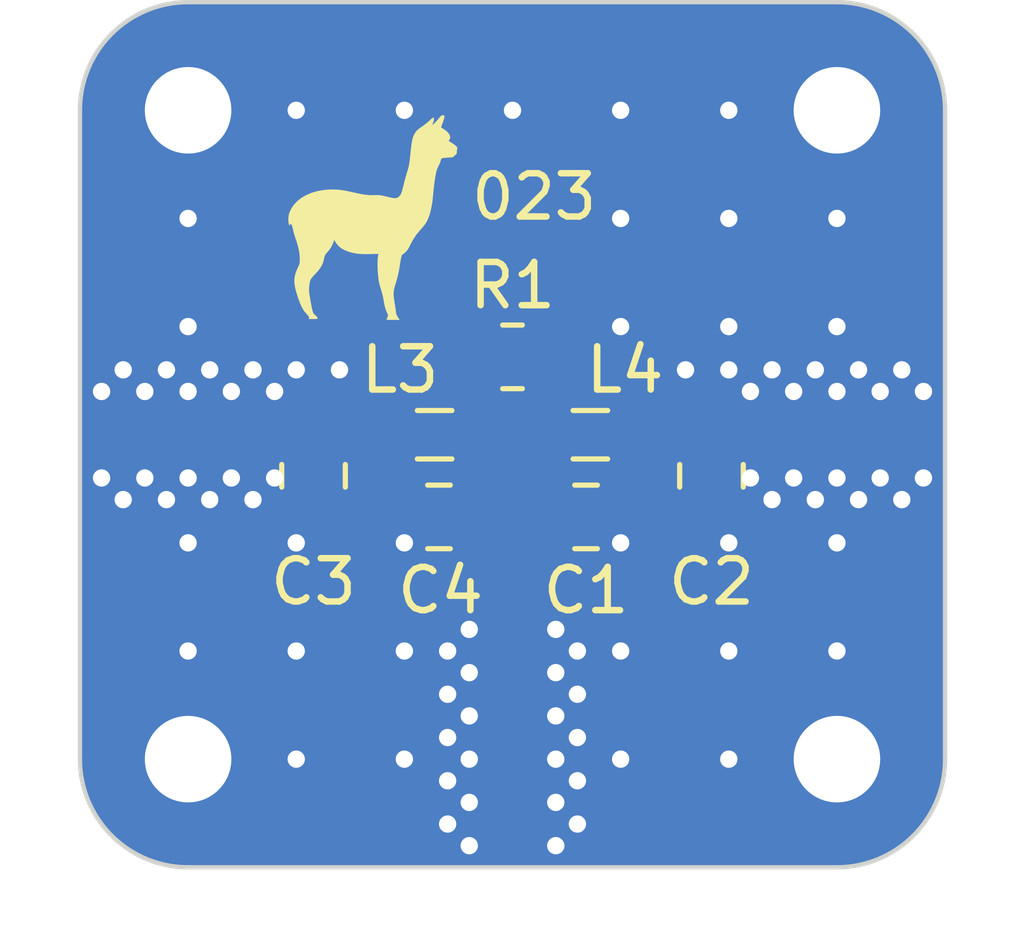
<source format=kicad_pcb>
(kicad_pcb (version 20221018) (generator pcbnew)
  (title_block (title "023 Lumped Wilkinson Splitter") (date "2023-08-19") (rev "1") (company "Halidelabs") (comment 1 "contact@halidelabs.eu"))
  (layers (0 "F.Cu" signal) (31 "B.Cu" signal) (35 "F.Paste" user) (36 "B.SilkS" user "B.Silkscreen") (37 "F.SilkS" user "F.Silkscreen") (38 "B.Mask" user) (39 "F.Mask" user) (44 "Edge.Cuts" user))
  (net 0 "")
  (net 1 "GND")
  (net 2 "Net-(J3-Pin_1)")
  (net 3 "Net-(J1-Pin_1)")
  (net 4 "Net-(J2-Pin_1)")
  (footprint "modular-rf-bench-footprints:edge-connector" (layer "F.Cu") (at 147.5 87.5 -90)
    (fp_text reference "J2")
    (fp_text value "P3" hide)
    (pad "1" smd rect (at -1.5 0 270) (size 3 0.8) (layers "F.Cu") (net 4 "Net-(J2-Pin_1)"))
    (pad "2" thru_hole circle (at -2.5 -1 270) (size 0.8 0.8) (drill 0.4) (layers "*.Cu") (net 1 "GND"))
    (pad "2" thru_hole circle (at -2.5 1 270) (size 0.8 0.8) (drill 0.4) (layers "*.Cu") (net 1 "GND"))
    (pad "2" thru_hole circle (at -2 -1.5 270) (size 0.8 0.8) (drill 0.4) (layers "*.Cu") (net 1 "GND"))
    (pad "2" thru_hole circle (at -2 1.5 270) (size 0.8 0.8) (drill 0.4) (layers "*.Cu") (net 1 "GND"))
    (pad "2" smd rect (at -1.5 -1.6 270) (size 3 2) (layers "F.Cu") (net 1 "GND"))
    (pad "2" thru_hole circle (at -1.5 -1 270) (size 0.8 0.8) (drill 0.4) (layers "*.Cu") (net 1 "GND"))
    (pad "2" smd rect (at -1.5 0 270) (size 3 5.2) (layers "B.Cu") (net 1 "GND"))
    (pad "2" thru_hole circle (at -1.5 1 270) (size 0.8 0.8) (drill 0.4) (layers "*.Cu") (net 1 "GND"))
    (pad "2" smd rect (at -1.5 1.6 270) (size 3 2) (layers "F.Cu") (net 1 "GND"))
    (pad "2" thru_hole circle (at -1 -1.5 270) (size 0.8 0.8) (drill 0.4) (layers "*.Cu") (net 1 "GND"))
    (pad "2" thru_hole circle (at -1 1.5 270) (size 0.8 0.8) (drill 0.4) (layers "*.Cu") (net 1 "GND"))
    (pad "2" thru_hole circle (at -0.5 -1 270) (size 0.8 0.8) (drill 0.4) (layers "*.Cu") (net 1 "GND"))
    (pad "2" thru_hole circle (at -0.5 1 270) (size 0.8 0.8) (drill 0.4) (layers "*.Cu") (net 1 "GND"))
  )
  (footprint "Capacitor_SMD:C_0805_2012Metric" (layer "F.Cu") (at 142.9 78.45 90)
    (fp_text reference "C3" (at -2.45 0 180) (layer "F.SilkS"))
    (fp_text value "C" hide)
    (fp_line (start -0.261252 -0.735) (end 0.261252 -0.735) (stroke (width 0.12)) (layer "F.SilkS"))
    (fp_line (start -0.261252 0.735) (end 0.261252 0.735) (stroke (width 0.12)) (layer "F.SilkS"))
    (pad "1" smd roundrect (at -0.95 0 90) (size 1 1.45) (layers "F.Cu" "F.Paste" "F.Mask") (net 1 "GND"))
    (pad "2" smd roundrect (at 0.95 0 90) (size 1 1.45) (layers "F.Cu" "F.Paste" "F.Mask") (net 3 "Net-(J1-Pin_1)"))
  )
  (footprint "Capacitor_SMD:C_0805_2012Metric" (layer "F.Cu") (at 152.1 78.45 -90)
    (fp_text reference "C2" (at 2.45 0 -180) (layer "F.SilkS"))
    (fp_text value "C" hide)
    (fp_line (start -0.261252 -0.735) (end 0.261252 -0.735) (stroke (width 0.12)) (layer "F.SilkS"))
    (fp_line (start -0.261252 0.735) (end 0.261252 0.735) (stroke (width 0.12)) (layer "F.SilkS"))
    (pad "1" smd roundrect (at -0.95 0 270) (size 1 1.45) (layers "F.Cu" "F.Paste" "F.Mask") (net 2 "Net-(J3-Pin_1)"))
    (pad "2" smd roundrect (at 0.95 0 270) (size 1 1.45) (layers "F.Cu" "F.Paste" "F.Mask") (net 1 "GND"))
  )
  (footprint "Resistor_SMD:R_0805_2012Metric" (layer "F.Cu") (at 147.5 75.7)
    (fp_text reference "R1" (at 0 -1.65) (layer "F.SilkS"))
    (fp_text value "100R" hide)
    (fp_line (start -0.227064 -0.735) (end 0.227064 -0.735) (stroke (width 0.12)) (layer "F.SilkS"))
    (fp_line (start -0.227064 0.735) (end 0.227064 0.735) (stroke (width 0.12)) (layer "F.SilkS"))
    (pad "1" smd roundrect (at -0.9125 0) (size 1.025 1.4) (layers "F.Cu" "F.Paste" "F.Mask") (roundrect_rratio 0.243902439) (net 3 "Net-(J1-Pin_1)"))
    (pad "2" smd roundrect (at 0.9125 0) (size 1.025 1.4) (layers "F.Cu" "F.Paste" "F.Mask") (roundrect_rratio 0.243902439) (net 2 "Net-(J3-Pin_1)"))
  )
  (footprint "modular-rf-bench-footprints:M2-hole" (layer "F.Cu") (at 140 70)
    (fp_text reference "H3" hide)
    (fp_text value "M2" hide)
    (pad "1" thru_hole circle locked (at 0 0) (size 3.4 3.4) (drill 2) (layers "*.Cu" "*.Mask") (net 1 "GND"))
  )
  (footprint "LOGO" (layer "F.Cu") (at 144.2 72.5)
    (fp_text reference "G***" hide)
    (fp_text value "LOGO" hide)
    (fp_poly (pts (xy 1.707208 -2.385083) (xy 1.72178 -2.377357) (xy 1.727638 -2.361209) (xy 1.724986 -2.333962) (xy 1.714028 -2.292938) (xy 1.695246 -2.236259) (xy 1.67886 -2.189554) (xy 1.664665 -2.150375) (xy 1.654112 -2.122636) (xy 1.64865 -2.110255) (xy 1.648486 -2.110054) (xy 1.654138 -2.102822) (xy 1.673545 -2.088435) (xy 1.702518 -2.069996) (xy 1.702794 -2.06983) (xy 1.765684 -2.026146) (xy 1.813512 -1.980369) (xy 1.845324 -1.93425) (xy 1.860162 -1.889541) (xy 1.85707 -1.847993) (xy 1.84052 -1.817555) (xy 1.820991 -1.793438) (xy 1.877555 -1.759364) (xy 1.917737 -1.733301) (xy 1.95925 -1.703533) (xy 1.980607 -1.68675) (xy 2.006661 -1.664073) (xy 2.019745 -1.647389) (xy 2.023211 -1.630016) (xy 2.020661 -1.606876) (xy 2.015636 -1.567128) (xy 2.012184 -1.526831) (xy 2.012056 -1.524528) (xy 2.006709 -1.493183) (xy 1.992958 -1.475529) (xy 1.987295 -1.472236) (xy 1.964024 -1.455734) (xy 1.944294 -1.435747) (xy 1.934232 -1.424962) (xy 1.921977 -1.417526) (xy 1.903462 -1.412581) (xy 1.874622 -1.409268) (xy 1.831391 -1.406728) (xy 1.800502 -1.40537) (xy 1.740844 -1.401769) (xy 1.695936 -1.396721) (xy 1.66814 -1.390536) (xy 1.661407 -1.387121) (xy 1.649381 -1.368624) (xy 1.640328 -1.340255) (xy 1.63945 -1.335453) (xy 1.632091 -1.309371) (xy 1.617507 -1.271305) (xy 1.5982 -1.227508) (xy 1.586787 -1.203865) (xy 1.569617 -1.168352) (xy 1.556241 -1.136883) (xy 1.545437 -1.105019) (xy 1.535983 -1.068321) (xy 1.526657 -1.022348) (xy 1.516238 -0.96266) (xy 1.510003 -0.924858) (xy 1.498611 -0.849525) (xy 1.487513 -0.766274) (xy 1.477703 -0.683243) (xy 1.470177 -0.608573) (xy 1.467711 -0.578682) (xy 1.453479 -0.42915) (xy 1.434101 -0.296565) (xy 1.409013 -0.177722) (xy 1.378053 -0.070634) (xy 1.349141 0.00713) (xy 1.316299 0.074946) (xy 1.27602 0.13851) (xy 1.224798 0.20352) (xy 1.175643 0.258199) (xy 1.077329 0.37528) (xy 0.993806 0.501629) (xy 0.931364 0.621186) (xy 0.903186 0.677903) (xy 0.877811 0.720375) (xy 0.851675 0.754018) (xy 0.828482 0.777604) (xy 0.800811 0.802117) (xy 0.778251 0.819713) (xy 0.765568 0.826682) (xy 0.765395 0.826688) (xy 0.753451 0.833218) (xy 0.741919 0.853767) (xy 0.730392 0.889773) (xy 0.718459 0.942674) (xy 0.705712 1.01391) (xy 0.697702 1.064739) (xy 0.682935 1.157753) (xy 0.668702 1.236626) (xy 0.653537 1.307789) (xy 0.635974 1.377671) (xy 0.61455 1.452702) (xy 0.594147 1.519151) (xy 0.573662 1.588767) (xy 0.559937 1.648459) (xy 0.552673 1.703792) (xy 0.551572 1.760332) (xy 0.556334 1.823643) (xy 0.566662 1.899292) (xy 0.571976 1.932384) (xy 0.581863 1.993891) (xy 0.591097 2.054175) (xy 0.598842 2.107582) (xy 0.604263 2.14846) (xy 0.605561 2.159723) (xy 0.612893 2.204728) (xy 0.626368 2.241894) (xy 0.650004 2.281963) (xy 0.652923 2.28631) (xy 0.693121 2.345728) (xy 0.391035 2.345728) (xy 0.398018 2.312144) (xy 0.406666 2.282384) (xy 0.417092 2.259536) (xy 0.421952 2.245992) (xy 0.419574 2.22758) (xy 0.408787 2.199446) (xy 0.396054 2.172292) (xy 0.37605 2.126603) (xy 0.359018 2.076762) (xy 0.343853 2.018573) (xy 0.329451 1.94784) (xy 0.315851 1.867612) (xy 0.305774 1.815487) (xy 0.290904 1.752618) (xy 0.27342 1.687715) (xy 0.259042 1.640272) (xy 0.239373 1.577432) (xy 0.224185 1.523154) (xy 0.212556 1.472312) (xy 0.203565 1.419774) (xy 0.19629 1.360411) (xy 0.18981 1.289094) (xy 0.185282 1.229699) (xy 0.180007 1.126544) (xy 0.179205 1.027802) (xy 0.18278 0.938429) (xy 0.190634 0.863381) (xy 0.192649 0.850881) (xy 0.198285 0.818238) (xy 0.013062 0.82396) (xy -0.107738 0.82548) (xy -0.212835 0.821724) (xy -0.306616 0.812274) (xy -0.393468 0.796713) (xy -0.464665 0.778501) (xy -0.571132 0.739636) (xy -0.66046 0.68959) (xy -0.733091 0.628052) (xy -0.789464 0.554711) (xy -0.795565 0.544391) (xy -0.824093 0.4946) (xy -0.831361 0.523556) (xy -0.851223 0.580742) (xy -0.881966 0.643838) (xy -0.919153 0.704875) (xy -0.958352 0.755885) (xy -0.964174 0.762224) (xy -0.998177 0.799253) (xy -1.020985 0.828535) (xy -1.036147 0.856807) (xy -1.047214 0.890804) (xy -1.057733 0.937262) (xy -1.058593 0.941406) (xy -1.077747 1.014043) (xy -1.104922 1.080397) (xy -1.14259 1.144725) (xy -1.193225 1.211286) (xy -1.255438 1.280306) (xy -1.299345 1.327086) (xy -1.330904 1.363066) (xy -1.352698 1.391736) (xy -1.367309 1.416586) (xy -1.377321 1.441105) (xy -1.379516 1.447943) (xy -1.393383 1.510336) (xy -1.40151 1.583767) (xy -1.403348 1.659269) (xy -1.39835 1.727875) (xy -1.397133 1.736045) (xy -1.378151 1.852191) (xy -1.361347 1.949249) (xy -1.346392 2.028646) (xy -1.332955 2.091809) (xy -1.320708 2.140166) (xy -1.30932 2.175143) (xy -1.298463 2.198166) (xy -1.287806 2.210664) (xy -1.287464 2.210907) (xy -1.256964 2.236176) (xy -1.229438 2.265811) (xy -1.210524 2.293348) (xy -1.206109 2.30412) (xy -1.204756 2.313632) (xy -1.209064 2.319721) (xy -1.222584 2.323146) (xy -1.248864 2.324671) (xy -1.291453 2.325054) (xy -1.303781 2.325061) (xy -1.406928 2.325061) (xy -1.404551 2.296643) (xy -1.406631 2.27843) (xy -1.417659 2.257689) (xy -1.440231 2.230433) (xy -1.463418 2.206224) (xy -1.506232 2.157147) (xy -1.545198 2.099598) (xy -1.581789 2.030726) (xy -1.617483 1.947679) (xy -1.653754 1.847608) (xy -1.662294 1.822003) (xy -1.697106 1.710358) (xy -1.722384 1.613609) (xy -1.738078 1.528285) (xy -1.744138 1.450921) (xy -1.740513 1.378048) (xy -1.727154 1.306198) (xy -1.704012 1.231903) (xy -1.671036 1.151696) (xy -1.652075 1.110862) (xy -1.636756 1.077573) (xy -1.626819 1.050567) (xy -1.621132 1.023669) (xy -1.618567 0.990701) (xy -1.617993 0.945488) (xy -1.618058 0.924857) (xy -1.625963 0.813717) (xy -1.648543 0.689349) (xy -1.685564 0.552839) (xy -1.720352 0.449512) (xy -1.738479 0.395325) (xy -1.755499 0.337402) (xy -1.768757 0.28505) (xy -1.772894 0.265233) (xy -1.785589 0.208368) (xy -1.799357 0.165227) (xy -1.813305 0.137191) (xy -1.826539 0.125643) (xy -1.838166 0.131965) (xy -1.846026 0.152044) (xy -1.850797 0.168673) (xy -1.85519 0.170196) (xy -1.862104 0.1549) (xy -1.867875 0.139127) (xy -1.878772 0.090843) (xy -1.88276 0.030839) (xy -1.880033 -0.033197) (xy -1.870784 -0.093578) (xy -1.861162 -0.127803) (xy -1.813901 -0.230684) (xy -1.748926 -0.324576) (xy -1.667469 -0.408757) (xy -1.570758 -0.482506) (xy -1.460023 -0.545102) (xy -1.336491 -0.595822) (xy -1.201393 -0.633946) (xy -1.055958 -0.658752) (xy -0.940358 -0.668205) (xy -0.852575 -0.670242) (xy -0.768501 -0.667683) (xy -0.683224 -0.659982) (xy -0.591831 -0.646595) (xy -0.48941 -0.626977) (xy -0.408289 -0.609192) (xy -0.312193 -0.587655) (xy -0.232421 -0.5708) (xy -0.165292 -0.558121) (xy -0.107125 -0.549111) (xy -0.054238 -0.543263) (xy -0.002951 -0.540071) (xy 0.050417 -0.539027) (xy 0.098629 -0.539425) (xy 0.154738 -0.540085) (xy 0.199013 -0.539411) (xy 0.23732 -0.536684) (xy 0.275528 -0.531182) (xy 0.319505 -0.522181) (xy 0.37512 -0.508962) (xy 0.403604 -0.501918) (xy 0.475622 -0.484786) (xy 0.531279 -0.473817) (xy 0.573946 -0.469024) (xy 0.606992 -0.470419) (xy 0.633788 -0.478013) (xy 0.657703 -0.49182) (xy 0.671833 -0.502891) (xy 0.692889 -0.523327) (xy 0.710733 -0.547871) (xy 0.726651 -0.579659) (xy 0.741925 -0.621827) (xy 0.75784 -0.677511) (xy 0.77568 -0.749847) (xy 0.779346 -0.765531) (xy 0.796905 -0.83723) (xy 0.818065 -0.917688) (xy 0.840306 -0.997626) (xy 0.861109 -1.067766) (xy 0.863452 -1.075283) (xy 0.878978 -1.125887) (xy 0.891303 -1.169705) (xy 0.901226 -1.211056) (xy 0.909547 -1.254259) (xy 0.917065 -1.303635) (xy 0.924579 -1.363502) (xy 0.932889 -1.438181) (xy 0.936002 -1.467372) (xy 0.947098 -1.569507) (xy 0.956972 -1.653593) (xy 0.966097 -1.722179) (xy 0.974945 -1.777812) (xy 0.983991 -1.823043) (xy 0.993707 -1.860418) (xy 1.004567 -1.892487) (xy 1.017044 -1.921798) (xy 1.022488 -1.933108) (xy 1.043227 -1.972305) (xy 1.064341 -2.004466) (xy 1.089403 -2.03324) (xy 1.121983 -2.062279) (xy 1.165654 -2.095234) (xy 1.214198 -2.129077) (xy 1.26388 -2.165032) (xy 1.315539 -2.205693) (xy 1.361923 -2.245205) (xy 1.38689 -2.268565) (xy 1.418275 -2.297957) (xy 1.445322 -2.320096) (xy 1.46414 -2.331951) (xy 1.469559 -2.332995) (xy 1.483132 -2.318377) (xy 1.484744 -2.288394) (xy 1.474416 -2.244522) (xy 1.468097 -2.226457) (xy 1.456615 -2.194668) (xy 1.44885 -2.171059) (xy 1.446704 -2.162272) (xy 1.453034 -2.164187) (xy 1.469982 -2.17846) (xy 1.494485 -2.201958) (xy 1.52348 -2.23155) (xy 1.553903 -2.264104) (xy 1.582693 -2.296485) (xy 1.606785 -2.325563) (xy 1.608411 -2.327645) (xy 1.635607 -2.360388) (xy 1.656294 -2.37884) (xy 1.674724 -2.386355) (xy 1.683716 -2.387063)) (fill solid) (layer "F.SilkS"))
  )
  (footprint "modular-rf-bench-footprints:edge-connector" (layer "F.Cu") (at 157.5 77.5)
    (fp_text reference "J3")
    (fp_text value "P2" hide)
    (pad "1" smd rect (at -1.5 0) (size 3 0.8) (layers "F.Cu") (net 2 "Net-(J3-Pin_1)"))
    (pad "2" thru_hole circle (at -2.5 -1) (size 0.8 0.8) (drill 0.4) (layers "*.Cu") (net 1 "GND"))
    (pad "2" thru_hole circle (at -2.5 1) (size 0.8 0.8) (drill 0.4) (layers "*.Cu") (net 1 "GND"))
    (pad "2" thru_hole circle (at -2 -1.5) (size 0.8 0.8) (drill 0.4) (layers "*.Cu") (net 1 "GND"))
    (pad "2" thru_hole circle (at -2 1.5) (size 0.8 0.8) (drill 0.4) (layers "*.Cu") (net 1 "GND"))
    (pad "2" smd rect (at -1.5 -1.6) (size 3 2) (layers "F.Cu") (net 1 "GND"))
    (pad "2" thru_hole circle (at -1.5 -1) (size 0.8 0.8) (drill 0.4) (layers "*.Cu") (net 1 "GND"))
    (pad "2" smd rect (at -1.5 0) (size 3 5.2) (layers "B.Cu") (net 1 "GND"))
    (pad "2" thru_hole circle (at -1.5 1) (size 0.8 0.8) (drill 0.4) (layers "*.Cu") (net 1 "GND"))
    (pad "2" smd rect (at -1.5 1.6) (size 3 2) (layers "F.Cu") (net 1 "GND"))
    (pad "2" thru_hole circle (at -1 -1.5) (size 0.8 0.8) (drill 0.4) (layers "*.Cu") (net 1 "GND"))
    (pad "2" thru_hole circle (at -1 1.5) (size 0.8 0.8) (drill 0.4) (layers "*.Cu") (net 1 "GND"))
    (pad "2" thru_hole circle (at -0.5 -1) (size 0.8 0.8) (drill 0.4) (layers "*.Cu") (net 1 "GND"))
    (pad "2" thru_hole circle (at -0.5 1) (size 0.8 0.8) (drill 0.4) (layers "*.Cu") (net 1 "GND"))
  )
  (footprint "Inductor_SMD:L_0805_2012Metric" (layer "F.Cu") (at 145.7 77.5 180)
    (fp_text reference "L3" (at 0.8 1.5) (layer "F.SilkS"))
    (fp_text value "L" hide)
    (fp_line (start -0.399622 -0.56) (end 0.399622 -0.56) (stroke (width 0.12)) (layer "F.SilkS"))
    (fp_line (start -0.399622 0.56) (end 0.399622 0.56) (stroke (width 0.12)) (layer "F.SilkS"))
    (pad "1" smd roundrect (at -1.0625 0 180) (size 0.875 1.2) (layers "F.Cu" "F.Paste" "F.Mask") (net 4 "Net-(J2-Pin_1)"))
    (pad "2" smd roundrect (at 1.0625 0 180) (size 0.875 1.2) (layers "F.Cu" "F.Paste" "F.Mask") (net 3 "Net-(J1-Pin_1)"))
  )
  (footprint "Capacitor_SMD:C_0805_2012Metric" (layer "F.Cu") (at 145.8 79.4 180)
    (fp_text reference "C4" (at -0.035355 -1.7) (layer "F.SilkS"))
    (fp_text value "C" hide)
    (fp_line (start -0.261252 -0.735) (end 0.261252 -0.735) (stroke (width 0.12)) (layer "F.SilkS"))
    (fp_line (start -0.261252 0.735) (end 0.261252 0.735) (stroke (width 0.12)) (layer "F.SilkS"))
    (pad "1" smd roundrect (at -0.95 0 180) (size 1 1.45) (layers "F.Cu" "F.Paste" "F.Mask") (net 4 "Net-(J2-Pin_1)"))
    (pad "2" smd roundrect (at 0.95 0 180) (size 1 1.45) (layers "F.Cu" "F.Paste" "F.Mask") (net 1 "GND"))
  )
  (footprint "modular-rf-bench-footprints:M2-hole" (layer "F.Cu") (at 155 85)
    (fp_text reference "H1" hide)
    (fp_text value "M2" hide)
    (pad "1" thru_hole circle locked (at 0 0) (size 3.4 3.4) (drill 2) (layers "*.Cu" "*.Mask") (net 1 "GND"))
  )
  (footprint "Capacitor_SMD:C_0805_2012Metric" (layer "F.Cu") (at 149.2 79.4)
    (fp_text reference "C1" (at 0 1.7) (layer "F.SilkS"))
    (fp_text value "C" hide)
    (fp_line (start -0.261252 -0.735) (end 0.261252 -0.735) (stroke (width 0.12)) (layer "F.SilkS"))
    (fp_line (start -0.261252 0.735) (end 0.261252 0.735) (stroke (width 0.12)) (layer "F.SilkS"))
    (pad "1" smd roundrect (at -0.95 0) (size 1 1.45) (layers "F.Cu" "F.Paste" "F.Mask") (net 4 "Net-(J2-Pin_1)"))
    (pad "2" smd roundrect (at 0.95 0) (size 1 1.45) (layers "F.Cu" "F.Paste" "F.Mask") (net 1 "GND"))
  )
  (footprint "modular-rf-bench-footprints:M2-hole" (layer "F.Cu") (at 155 70)
    (fp_text reference "H2" hide)
    (fp_text value "M2" hide)
    (pad "1" thru_hole circle locked (at 0 0) (size 3.4 3.4) (drill 2) (layers "*.Cu" "*.Mask") (net 1 "GND"))
  )
  (footprint "Inductor_SMD:L_0805_2012Metric" (layer "F.Cu") (at 149.3 77.5)
    (fp_text reference "L4" (at 0.8 -1.5) (layer "F.SilkS"))
    (fp_text value "L" hide)
    (fp_line (start -0.399622 -0.56) (end 0.399622 -0.56) (stroke (width 0.12)) (layer "F.SilkS"))
    (fp_line (start -0.399622 0.56) (end 0.399622 0.56) (stroke (width 0.12)) (layer "F.SilkS"))
    (pad "1" smd roundrect (at -1.0625 0) (size 0.875 1.2) (layers "F.Cu" "F.Paste" "F.Mask") (net 4 "Net-(J2-Pin_1)"))
    (pad "2" smd roundrect (at 1.0625 0) (size 0.875 1.2) (layers "F.Cu" "F.Paste" "F.Mask") (net 2 "Net-(J3-Pin_1)"))
  )
  (footprint "modular-rf-bench-footprints:edge-connector" (layer "F.Cu") (at 137.5 77.5 180)
    (fp_text reference "J1")
    (fp_text value "P1" hide)
    (pad "1" smd rect (at -1.5 0 180) (size 3 0.8) (layers "F.Cu") (net 3 "Net-(J1-Pin_1)"))
    (pad "2" thru_hole circle (at -2.5 -1 180) (size 0.8 0.8) (drill 0.4) (layers "*.Cu") (net 1 "GND"))
    (pad "2" thru_hole circle (at -2.5 1 180) (size 0.8 0.8) (drill 0.4) (layers "*.Cu") (net 1 "GND"))
    (pad "2" thru_hole circle (at -2 -1.5 180) (size 0.8 0.8) (drill 0.4) (layers "*.Cu") (net 1 "GND"))
    (pad "2" thru_hole circle (at -2 1.5 180) (size 0.8 0.8) (drill 0.4) (layers "*.Cu") (net 1 "GND"))
    (pad "2" smd rect (at -1.5 -1.6 180) (size 3 2) (layers "F.Cu") (net 1 "GND"))
    (pad "2" thru_hole circle (at -1.5 -1 180) (size 0.8 0.8) (drill 0.4) (layers "*.Cu") (net 1 "GND"))
    (pad "2" smd rect (at -1.5 0 180) (size 3 5.2) (layers "B.Cu") (net 1 "GND"))
    (pad "2" thru_hole circle (at -1.5 1 180) (size 0.8 0.8) (drill 0.4) (layers "*.Cu") (net 1 "GND"))
    (pad "2" smd rect (at -1.5 1.6 180) (size 3 2) (layers "F.Cu") (net 1 "GND"))
    (pad "2" thru_hole circle (at -1 -1.5 180) (size 0.8 0.8) (drill 0.4) (layers "*.Cu") (net 1 "GND"))
    (pad "2" thru_hole circle (at -1 1.5 180) (size 0.8 0.8) (drill 0.4) (layers "*.Cu") (net 1 "GND"))
    (pad "2" thru_hole circle (at -0.5 -1 180) (size 0.8 0.8) (drill 0.4) (layers "*.Cu") (net 1 "GND"))
    (pad "2" thru_hole circle (at -0.5 1 180) (size 0.8 0.8) (drill 0.4) (layers "*.Cu") (net 1 "GND"))
  )
  (footprint "modular-rf-bench-footprints:M2-hole" (layer "F.Cu") (at 140 85)
    (fp_text reference "H4" hide)
    (fp_text value "M2" hide)
    (pad "1" thru_hole circle locked (at 0 0) (size 3.4 3.4) (drill 2) (layers "*.Cu" "*.Mask") (net 1 "GND"))
  )
  (gr_arc (start 140 87.5) (mid 138.232233 86.767767) (end 137.5 85) (stroke (width 0.1)) (layer "Edge.Cuts"))
  (gr_line (start 155 87.5) (end 140 87.5) (stroke (width 0.1)) (layer "Edge.Cuts"))
  (gr_line (start 140 67.5) (end 155 67.5) (stroke (width 0.1)) (layer "Edge.Cuts"))
  (gr_line (start 157.5 70) (end 157.5 85) (stroke (width 0.1)) (layer "Edge.Cuts"))
  (gr_line (start 137.5 85) (end 137.5 70) (stroke (width 0.1)) (layer "Edge.Cuts"))
  (gr_arc (start 157.5 85) (mid 156.767767 86.767767) (end 155 87.5) (stroke (width 0.1)) (layer "Edge.Cuts"))
  (gr_arc (start 155 67.5) (mid 156.767767 68.232233) (end 157.5 70) (stroke (width 0.1)) (layer "Edge.Cuts"))
  (gr_arc (start 137.5 70) (mid 138.232233 68.232233) (end 140 67.5) (stroke (width 0.1)) (layer "Edge.Cuts"))
  (gr_text "023" (at 148 72) (layer "F.SilkS") (effects (font (size 1 1))))
  (via (at 141.5 79) (size 0.8) (drill 0.4) (layers "F.Cu" "B.Cu") (net 1))
  (via (at 153 76.5) (size 0.8) (drill 0.4) (layers "F.Cu" "B.Cu") (net 1))
  (via (at 142 76.5) (size 0.8) (drill 0.4) (layers "F.Cu" "B.Cu") (net 1))
  (via (at 146.5 84) (size 0.8) (drill 0.4) (layers "F.Cu" "B.Cu") (net 1))
  (via (at 152.5 76) (size 0.8) (drill 0.4) (layers "F.Cu" "B.Cu") (net 1))
  (via (at 154.5 79) (size 0.8) (drill 0.4) (layers "F.Cu" "B.Cu") (net 1))
  (via (at 145 85) (size 0.8) (drill 0.4) (layers "F.Cu" "B.Cu") (net 1))
  (via (at 152.5 72.5) (size 0.8) (drill 0.4) (layers "F.Cu" "B.Cu") (net 1))
  (via (at 152.5 82.5) (size 0.8) (drill 0.4) (layers "F.Cu" "B.Cu") (net 1))
  (via (at 155 82.5) (size 0.8) (drill 0.4) (layers "F.Cu" "B.Cu") (net 1))
  (via (at 150 70) (size 0.8) (drill 0.4) (layers "F.Cu" "B.Cu") (net 1))
  (via (at 142.5 80) (size 0.8) (drill 0.4) (layers "F.Cu" "B.Cu") (net 1))
  (via (at 146 82.5) (size 0.8) (drill 0.4) (layers "F.Cu" "B.Cu") (net 1))
  (via (at 152.5 75) (size 0.8) (drill 0.4) (layers "F.Cu" "B.Cu") (net 1))
  (via (at 153.5 76) (size 0.8) (drill 0.4) (layers "F.Cu" "B.Cu") (net 1))
  (via (at 152.5 80) (size 0.8) (drill 0.4) (layers "F.Cu" "B.Cu") (net 1))
  (via (at 140 80) (size 0.8) (drill 0.4) (layers "F.Cu" "B.Cu") (net 1))
  (via (at 145 80) (size 0.8) (drill 0.4) (layers "F.Cu" "B.Cu") (net 1))
  (via (at 145 82.5) (size 0.8) (drill 0.4) (layers "F.Cu" "B.Cu") (net 1))
  (via (at 140 75) (size 0.8) (drill 0.4) (layers "F.Cu" "B.Cu") (net 1))
  (via (at 148.5 84) (size 0.8) (drill 0.4) (layers "F.Cu" "B.Cu") (net 1))
  (via (at 150 75) (size 0.8) (drill 0.4) (layers "F.Cu" "B.Cu") (net 1))
  (via (at 142.5 76) (size 0.8) (drill 0.4) (layers "F.Cu" "B.Cu") (net 1))
  (via (at 140.5 79) (size 0.8) (drill 0.4) (layers "F.Cu" "B.Cu") (net 1))
  (via (at 141 76.5) (size 0.8) (drill 0.4) (layers "F.Cu" "B.Cu") (net 1))
  (via (at 141.5 76) (size 0.8) (drill 0.4) (layers "F.Cu" "B.Cu") (net 1))
  (via (at 151.5 76) (size 0.8) (drill 0.4) (layers "F.Cu" "B.Cu") (net 1))
  (via (at 155 72.5) (size 0.8) (drill 0.4) (layers "F.Cu" "B.Cu") (net 1))
  (via (at 142.5 82.5) (size 0.8) (drill 0.4) (layers "F.Cu" "B.Cu") (net 1))
  (via (at 153.5 79) (size 0.8) (drill 0.4) (layers "F.Cu" "B.Cu") (net 1))
  (via (at 140 82.5) (size 0.8) (drill 0.4) (layers "F.Cu" "B.Cu") (net 1))
  (via (at 140 72.5) (size 0.8) (drill 0.4) (layers "F.Cu" "B.Cu") (net 1))
  (via (at 149 84.5) (size 0.8) (drill 0.4) (layers "F.Cu" "B.Cu") (net 1))
  (via (at 146 84.5) (size 0.8) (drill 0.4) (layers "F.Cu" "B.Cu") (net 1))
  (via (at 153 78.5) (size 0.8) (drill 0.4) (layers "F.Cu" "B.Cu") (net 1))
  (via (at 145 70) (size 0.8) (drill 0.4) (layers "F.Cu" "B.Cu") (net 1))
  (via (at 146 83.5) (size 0.8) (drill 0.4) (layers "F.Cu" "B.Cu") (net 1))
  (via (at 152.5 70) (size 0.8) (drill 0.4) (layers "F.Cu" "B.Cu") (net 1))
  (via (at 142 78.5) (size 0.8) (drill 0.4) (layers "F.Cu" "B.Cu") (net 1))
  (via (at 143.5 76) (size 0.8) (drill 0.4) (layers "F.Cu" "B.Cu") (net 1))
  (via (at 142.5 70) (size 0.8) (drill 0.4) (layers "F.Cu" "B.Cu") (net 1))
  (via (at 152.5 85) (size 0.8) (drill 0.4) (layers "F.Cu" "B.Cu") (net 1))
  (via (at 148.5 83) (size 0.8) (drill 0.4) (layers "F.Cu" "B.Cu") (net 1))
  (via (at 150 80) (size 0.8) (drill 0.4) (layers "F.Cu" "B.Cu") (net 1))
  (via (at 141 78.5) (size 0.8) (drill 0.4) (layers "F.Cu" "B.Cu") (net 1))
  (via (at 149 82.5) (size 0.8) (drill 0.4) (layers "F.Cu" "B.Cu") (net 1))
  (via (at 154.5 76) (size 0.8) (drill 0.4) (layers "F.Cu" "B.Cu") (net 1))
  (via (at 146.5 82) (size 0.8) (drill 0.4) (layers "F.Cu" "B.Cu") (net 1))
  (via (at 150 72.5) (size 0.8) (drill 0.4) (layers "F.Cu" "B.Cu") (net 1))
  (via (at 155 80) (size 0.8) (drill 0.4) (layers "F.Cu" "B.Cu") (net 1))
  (via (at 154 76.5) (size 0.8) (drill 0.4) (layers "F.Cu" "B.Cu") (net 1))
  (via (at 142.5 85) (size 0.8) (drill 0.4) (layers "F.Cu" "B.Cu") (net 1))
  (via (at 150 85) (size 0.8) (drill 0.4) (layers "F.Cu" "B.Cu") (net 1))
  (via (at 147.5 70) (size 0.8) (drill 0.4) (layers "F.Cu" "B.Cu") (net 1))
  (via (at 149 83.5) (size 0.8) (drill 0.4) (layers "F.Cu" "B.Cu") (net 1))
  (via (at 150 82.5) (size 0.8) (drill 0.4) (layers "F.Cu" "B.Cu") (net 1))
  (via (at 155 75) (size 0.8) (drill 0.4) (layers "F.Cu" "B.Cu") (net 1))
  (via (at 146.5 83) (size 0.8) (drill 0.4) (layers "F.Cu" "B.Cu") (net 1))
  (via (at 154 78.5) (size 0.8) (drill 0.4) (layers "F.Cu" "B.Cu") (net 1))
  (via (at 140.5 76) (size 0.8) (drill 0.4) (layers "F.Cu" "B.Cu") (net 1))
  (via (at 148.5 82) (size 0.8) (drill 0.4) (layers "F.Cu" "B.Cu") (net 1))
  (segment (start 150.3625 77.5) (end 152.1 77.5) (width 0.8) (layer "F.Cu") (net 2))
  (segment (start 152.1 77.5) (end 156 77.5) (width 0.8) (layer "F.Cu") (net 2))
  (segment (start 148.5625 75.7) (end 150.3625 77.5) (width 0.8) (layer "F.Cu") (net 2))
  (segment (start 148.4125 75.7) (end 148.5625 75.7) (width 0.8) (layer "F.Cu") (net 2))
  (segment (start 144.6375 77.5) (end 142.9 77.5) (width 0.8) (layer "F.Cu") (net 3))
  (segment (start 146.5875 75.7) (end 146.4375 75.7) (width 0.8) (layer "F.Cu") (net 3))
  (segment (start 146.4375 75.7) (end 144.6375 77.5) (width 0.8) (layer "F.Cu") (net 3))
  (segment (start 142.9 77.5) (end 139 77.5) (width 0.8) (layer "F.Cu") (net 3))
  (segment (start 147.5 78.2375) (end 146.7625 77.5) (width 0.8) (layer "F.Cu") (net 4))
  (segment (start 147.5 78.2375) (end 148.2375 77.5) (width 0.8) (layer "F.Cu") (net 4))
  (segment (start 147.5 86) (end 147.5 78.2375) (width 0.8) (layer "F.Cu") (net 4))
  (zone (net 1) (net_name "GND") (layers "F&B.Cu") (name "GND") (connect_pads yes (clearance 0.2)) (min_thickness 0.2) (fill yes (thermal_gap 0.508) (thermal_bridge_width 0.508))
    (polygon (pts (xy 157.5 87.5) (xy 137.5 87.5) (xy 137.5 67.5) (xy 157.5 67.5)))
  )
)
</source>
